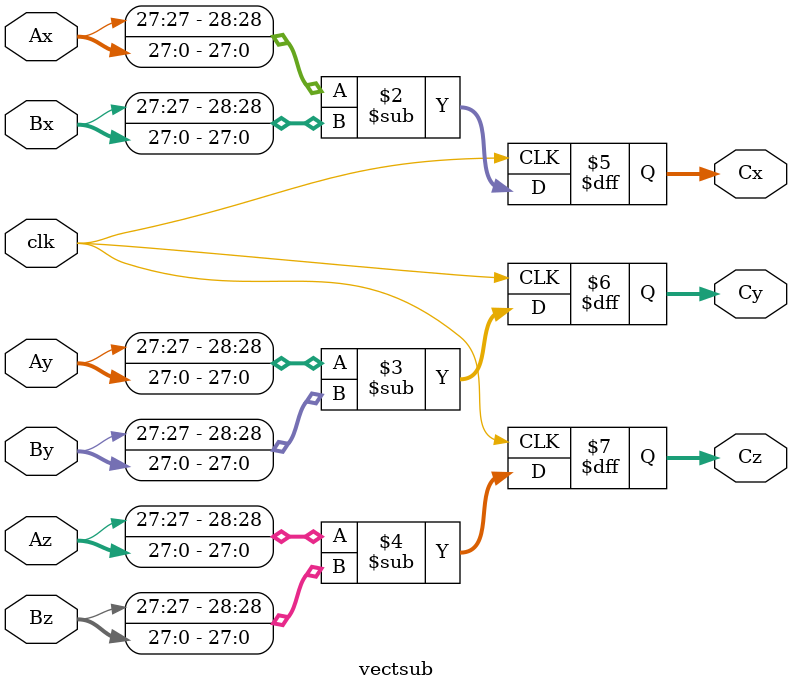
<source format=v>
module vectsub (Ax, Ay, Az, Bx, By, Bz, Cx, Cy, Cz, clk);
    input[28 - 1:0] Ax; 
    input[28 - 1:0] Ay; 
    input[28 - 1:0] Az; 
    input[28 - 1:0] Bx; 
    input[28 - 1:0] By; 
    input[28 - 1:0] Bz; 
    output[28:0] Cx; 
    reg[28:0] Cx;
    output[28:0] Cy; 
    reg[28:0] Cy;
    output[28:0] Cz; 
    reg[28:0] Cz;
    input clk; 
    always @(posedge clk)
    begin
       Cx <= ({Ax[28 - 1], Ax}) - ({Bx[28 - 1], Bx}) ; 
       Cy <= ({Ay[28 - 1], Ay}) - ({By[28 - 1], By}) ; 
       Cz <= ({Az[28 - 1], Az}) - ({Bz[28 - 1], Bz}) ;  
    end 
 endmodule
</source>
